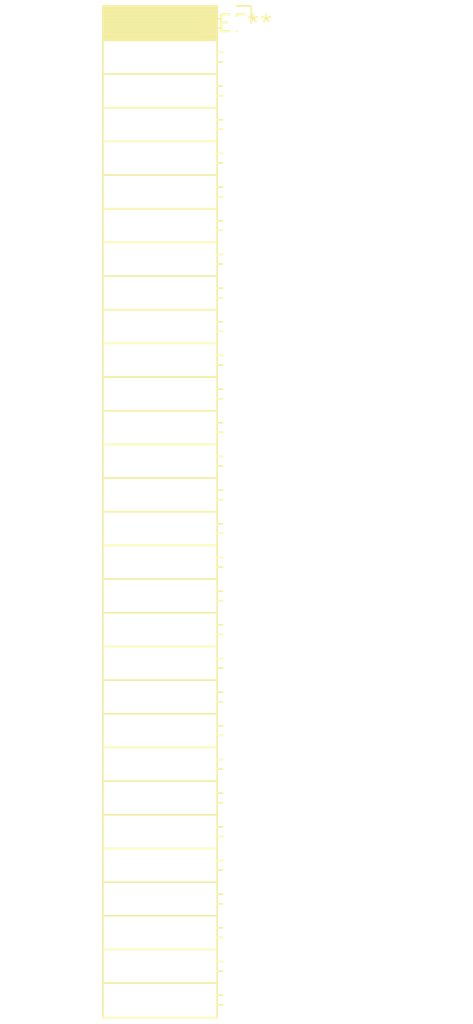
<source format=kicad_pcb>
(kicad_pcb (version 20240108) (generator pcbnew)
  (layers (0 "F.Cu" signal) (31 "B.Cu" signal) (34 "B.Paste" user) (35 "F.Paste" user) (36 "B.SilkS" user "B.Silkscreen") (37 "F.SilkS" user "F.Silkscreen") (38 "B.Mask" user) (39 "F.Mask" user) (44 "Edge.Cuts" user))
  (net 0 "")
  (footprint "PinSocket_1x30_P2.54mm_Horizontal" (layer "F.Cu") (at 0 0)
    (property "Reference" "REF**")
    (property "Value" "PinSocket_1x30_P2.54mm_Horizontal")
    (fp_line (start -10.09 -1.33) (end -10.09 74.99) (layer "F.SilkS") (stroke (width 0.12)))
    (fp_line (start -10.09 -1.33) (end -1.46 -1.33) (layer "F.SilkS") (stroke (width 0.12)))
    (fp_line (start -10.09 -1.21) (end -1.46 -1.21) (layer "F.SilkS") (stroke (width 0.12)))
    (fp_line (start -10.09 -1.091905) (end -1.46 -1.091905) (layer "F.SilkS") (stroke (width 0.12)))
    (fp_line (start -10.09 -0.97381) (end -1.46 -0.97381) (layer "F.SilkS") (stroke (width 0.12)))
    (fp_line (start -10.09 -0.855715) (end -1.46 -0.855715) (layer "F.SilkS") (stroke (width 0.12)))
    (fp_line (start -10.09 -0.73762) (end -1.46 -0.73762) (layer "F.SilkS") (stroke (width 0.12)))
    (fp_line (start -10.09 -0.619525) (end -1.46 -0.619525) (layer "F.SilkS") (stroke (width 0.12)))
    (fp_line (start -10.09 -0.50143) (end -1.46 -0.50143) (layer "F.SilkS") (stroke (width 0.12)))
    (fp_line (start -10.09 -0.383335) (end -1.46 -0.383335) (layer "F.SilkS") (stroke (width 0.12)))
    (fp_line (start -10.09 -0.26524) (end -1.46 -0.26524) (layer "F.SilkS") (stroke (width 0.12)))
    (fp_line (start -10.09 -0.147145) (end -1.46 -0.147145) (layer "F.SilkS") (stroke (width 0.12)))
    (fp_line (start -10.09 -0.02905) (end -1.46 -0.02905) (layer "F.SilkS") (stroke (width 0.12)))
    (fp_line (start -10.09 0.089045) (end -1.46 0.089045) (layer "F.SilkS") (stroke (width 0.12)))
    (fp_line (start -10.09 0.20714) (end -1.46 0.20714) (layer "F.SilkS") (stroke (width 0.12)))
    (fp_line (start -10.09 0.325235) (end -1.46 0.325235) (layer "F.SilkS") (stroke (width 0.12)))
    (fp_line (start -10.09 0.44333) (end -1.46 0.44333) (layer "F.SilkS") (stroke (width 0.12)))
    (fp_line (start -10.09 0.561425) (end -1.46 0.561425) (layer "F.SilkS") (stroke (width 0.12)))
    (fp_line (start -10.09 0.67952) (end -1.46 0.67952) (layer "F.SilkS") (stroke (width 0.12)))
    (fp_line (start -10.09 0.797615) (end -1.46 0.797615) (layer "F.SilkS") (stroke (width 0.12)))
    (fp_line (start -10.09 0.91571) (end -1.46 0.91571) (layer "F.SilkS") (stroke (width 0.12)))
    (fp_line (start -10.09 1.033805) (end -1.46 1.033805) (layer "F.SilkS") (stroke (width 0.12)))
    (fp_line (start -10.09 1.1519) (end -1.46 1.1519) (layer "F.SilkS") (stroke (width 0.12)))
    (fp_line (start -10.09 1.27) (end -1.46 1.27) (layer "F.SilkS") (stroke (width 0.12)))
    (fp_line (start -10.09 3.81) (end -1.46 3.81) (layer "F.SilkS") (stroke (width 0.12)))
    (fp_line (start -10.09 6.35) (end -1.46 6.35) (layer "F.SilkS") (stroke (width 0.12)))
    (fp_line (start -10.09 8.89) (end -1.46 8.89) (layer "F.SilkS") (stroke (width 0.12)))
    (fp_line (start -10.09 11.43) (end -1.46 11.43) (layer "F.SilkS") (stroke (width 0.12)))
    (fp_line (start -10.09 13.97) (end -1.46 13.97) (layer "F.SilkS") (stroke (width 0.12)))
    (fp_line (start -10.09 16.51) (end -1.46 16.51) (layer "F.SilkS") (stroke (width 0.12)))
    (fp_line (start -10.09 19.05) (end -1.46 19.05) (layer "F.SilkS") (stroke (width 0.12)))
    (fp_line (start -10.09 21.59) (end -1.46 21.59) (layer "F.SilkS") (stroke (width 0.12)))
    (fp_line (start -10.09 24.13) (end -1.46 24.13) (layer "F.SilkS") (stroke (width 0.12)))
    (fp_line (start -10.09 26.67) (end -1.46 26.67) (layer "F.SilkS") (stroke (width 0.12)))
    (fp_line (start -10.09 29.21) (end -1.46 29.21) (layer "F.SilkS") (stroke (width 0.12)))
    (fp_line (start -10.09 31.75) (end -1.46 31.75) (layer "F.SilkS") (stroke (width 0.12)))
    (fp_line (start -10.09 34.29) (end -1.46 34.29) (layer "F.SilkS") (stroke (width 0.12)))
    (fp_line (start -10.09 36.83) (end -1.46 36.83) (layer "F.SilkS") (stroke (width 0.12)))
    (fp_line (start -10.09 39.37) (end -1.46 39.37) (layer "F.SilkS") (stroke (width 0.12)))
    (fp_line (start -10.09 41.91) (end -1.46 41.91) (layer "F.SilkS") (stroke (width 0.12)))
    (fp_line (start -10.09 44.45) (end -1.46 44.45) (layer "F.SilkS") (stroke (width 0.12)))
    (fp_line (start -10.09 46.99) (end -1.46 46.99) (layer "F.SilkS") (stroke (width 0.12)))
    (fp_line (start -10.09 49.53) (end -1.46 49.53) (layer "F.SilkS") (stroke (width 0.12)))
    (fp_line (start -10.09 52.07) (end -1.46 52.07) (layer "F.SilkS") (stroke (width 0.12)))
    (fp_line (start -10.09 54.61) (end -1.46 54.61) (layer "F.SilkS") (stroke (width 0.12)))
    (fp_line (start -10.09 57.15) (end -1.46 57.15) (layer "F.SilkS") (stroke (width 0.12)))
    (fp_line (start -10.09 59.69) (end -1.46 59.69) (layer "F.SilkS") (stroke (width 0.12)))
    (fp_line (start -10.09 62.23) (end -1.46 62.23) (layer "F.SilkS") (stroke (width 0.12)))
    (fp_line (start -10.09 64.77) (end -1.46 64.77) (layer "F.SilkS") (stroke (width 0.12)))
    (fp_line (start -10.09 67.31) (end -1.46 67.31) (layer "F.SilkS") (stroke (width 0.12)))
    (fp_line (start -10.09 69.85) (end -1.46 69.85) (layer "F.SilkS") (stroke (width 0.12)))
    (fp_line (start -10.09 72.39) (end -1.46 72.39) (layer "F.SilkS") (stroke (width 0.12)))
    (fp_line (start -10.09 74.99) (end -1.46 74.99) (layer "F.SilkS") (stroke (width 0.12)))
    (fp_line (start -1.46 -1.33) (end -1.46 74.99) (layer "F.SilkS") (stroke (width 0.12)))
    (fp_line (start -1.46 -0.36) (end -1.11 -0.36) (layer "F.SilkS") (stroke (width 0.12)))
    (fp_line (start -1.46 0.36) (end -1.11 0.36) (layer "F.SilkS") (stroke (width 0.12)))
    (fp_line (start -1.46 2.18) (end -1.05 2.18) (layer "F.SilkS") (stroke (width 0.12)))
    (fp_line (start -1.46 2.9) (end -1.05 2.9) (layer "F.SilkS") (stroke (width 0.12)))
    (fp_line (start -1.46 4.72) (end -1.05 4.72) (layer "F.SilkS") (stroke (width 0.12)))
    (fp_line (start -1.46 5.44) (end -1.05 5.44) (layer "F.SilkS") (stroke (width 0.12)))
    (fp_line (start -1.46 7.26) (end -1.05 7.26) (layer "F.SilkS") (stroke (width 0.12)))
    (fp_line (start -1.46 7.98) (end -1.05 7.98) (layer "F.SilkS") (stroke (width 0.12)))
    (fp_line (start -1.46 9.8) (end -1.05 9.8) (layer "F.SilkS") (stroke (width 0.12)))
    (fp_line (start -1.46 10.52) (end -1.05 10.52) (layer "F.SilkS") (stroke (width 0.12)))
    (fp_line (start -1.46 12.34) (end -1.05 12.34) (layer "F.SilkS") (stroke (width 0.12)))
    (fp_line (start -1.46 13.06) (end -1.05 13.06) (layer "F.SilkS") (stroke (width 0.12)))
    (fp_line (start -1.46 14.88) (end -1.05 14.88) (layer "F.SilkS") (stroke (width 0.12)))
    (fp_line (start -1.46 15.6) (end -1.05 15.6) (layer "F.SilkS") (stroke (width 0.12)))
    (fp_line (start -1.46 17.42) (end -1.05 17.42) (layer "F.SilkS") (stroke (width 0.12)))
    (fp_line (start -1.46 18.14) (end -1.05 18.14) (layer "F.SilkS") (stroke (width 0.12)))
    (fp_line (start -1.46 19.96) (end -1.05 19.96) (layer "F.SilkS") (stroke (width 0.12)))
    (fp_line (start -1.46 20.68) (end -1.05 20.68) (layer "F.SilkS") (stroke (width 0.12)))
    (fp_line (start -1.46 22.5) (end -1.05 22.5) (layer "F.SilkS") (stroke (width 0.12)))
    (fp_line (start -1.46 23.22) (end -1.05 23.22) (layer "F.SilkS") (stroke (width 0.12)))
    (fp_line (start -1.46 25.04) (end -1.05 25.04) (layer "F.SilkS") (stroke (width 0.12)))
    (fp_line (start -1.46 25.76) (end -1.05 25.76) (layer "F.SilkS") (stroke (width 0.12)))
    (fp_line (start -1.46 27.58) (end -1.05 27.58) (layer "F.SilkS") (stroke (width 0.12)))
    (fp_line (start -1.46 28.3) (end -1.05 28.3) (layer "F.SilkS") (stroke (width 0.12)))
    (fp_line (start -1.46 30.12) (end -1.05 30.12) (layer "F.SilkS") (stroke (width 0.12)))
    (fp_line (start -1.46 30.84) (end -1.05 30.84) (layer "F.SilkS") (stroke (width 0.12)))
    (fp_line (start -1.46 32.66) (end -1.05 32.66) (layer "F.SilkS") (stroke (width 0.12)))
    (fp_line (start -1.46 33.38) (end -1.05 33.38) (layer "F.SilkS") (stroke (width 0.12)))
    (fp_line (start -1.46 35.2) (end -1.05 35.2) (layer "F.SilkS") (stroke (width 0.12)))
    (fp_line (start -1.46 35.92) (end -1.05 35.92) (layer "F.SilkS") (stroke (width 0.12)))
    (fp_line (start -1.46 37.74) (end -1.05 37.74) (layer "F.SilkS") (stroke (width 0.12)))
    (fp_line (start -1.46 38.46) (end -1.05 38.46) (layer "F.SilkS") (stroke (width 0.12)))
    (fp_line (start -1.46 40.28) (end -1.05 40.28) (layer "F.SilkS") (stroke (width 0.12)))
    (fp_line (start -1.46 41) (end -1.05 41) (layer "F.SilkS") (stroke (width 0.12)))
    (fp_line (start -1.46 42.82) (end -1.05 42.82) (layer "F.SilkS") (stroke (width 0.12)))
    (fp_line (start -1.46 43.54) (end -1.05 43.54) (layer "F.SilkS") (stroke (width 0.12)))
    (fp_line (start -1.46 45.36) (end -1.05 45.36) (layer "F.SilkS") (stroke (width 0.12)))
    (fp_line (start -1.46 46.08) (end -1.05 46.08) (layer "F.SilkS") (stroke (width 0.12)))
    (fp_line (start -1.46 47.9) (end -1.05 47.9) (layer "F.SilkS") (stroke (width 0.12)))
    (fp_line (start -1.46 48.62) (end -1.05 48.62) (layer "F.SilkS") (stroke (width 0.12)))
    (fp_line (start -1.46 50.44) (end -1.05 50.44) (layer "F.SilkS") (stroke (width 0.12)))
    (fp_line (start -1.46 51.16) (end -1.05 51.16) (layer "F.SilkS") (stroke (width 0.12)))
    (fp_line (start -1.46 52.98) (end -1.05 52.98) (layer "F.SilkS") (stroke (width 0.12)))
    (fp_line (start -1.46 53.7) (end -1.05 53.7) (layer "F.SilkS") (stroke (width 0.12)))
    (fp_line (start -1.46 55.52) (end -1.05 55.52) (layer "F.SilkS") (stroke (width 0.12)))
    (fp_line (start -1.46 56.24) (end -1.05 56.24) (layer "F.SilkS") (stroke (width 0.12)))
    (fp_line (start -1.46 58.06) (end -1.05 58.06) (layer "F.SilkS") (stroke (width 0.12)))
    (fp_line (start -1.46 58.78) (end -1.05 58.78) (layer "F.SilkS") (stroke (width 0.12)))
    (fp_line (start -1.46 60.6) (end -1.05 60.6) (layer "F.SilkS") (stroke (width 0.12)))
    (fp_line (start -1.46 61.32) (end -1.05 61.32) (layer "F.SilkS") (stroke (width 0.12)))
    (fp_line (start -1.46 63.14) (end -1.05 63.14) (layer "F.SilkS") (stroke (width 0.12)))
    (fp_line (start -1.46 63.86) (end -1.05 63.86) (layer "F.SilkS") (stroke (width 0.12)))
    (fp_line (start -1.46 65.68) (end -1.05 65.68) (layer "F.SilkS") (stroke (width 0.12)))
    (fp_line (start -1.46 66.4) (end -1.05 66.4) (layer "F.SilkS") (stroke (width 0.12)))
    (fp_line (start -1.46 68.22) (end -1.05 68.22) (layer "F.SilkS") (stroke (width 0.12)))
    (fp_line (start -1.46 68.94) (end -1.05 68.94) (layer "F.SilkS") (stroke (width 0.12)))
    (fp_line (start -1.46 70.76) (end -1.05 70.76) (layer "F.SilkS") (stroke (width 0.12)))
    (fp_line (start -1.46 71.48) (end -1.05 71.48) (layer "F.SilkS") (stroke (width 0.12)))
    (fp_line (start -1.46 73.3) (end -1.05 73.3) (layer "F.SilkS") (stroke (width 0.12)))
    (fp_line (start -1.46 74.02) (end -1.05 74.02) (layer "F.SilkS") (stroke (width 0.12)))
    (fp_line (start 0 -1.33) (end 1.11 -1.33) (layer "F.SilkS") (stroke (width 0.12)))
    (fp_line (start 1.11 -1.33) (end 1.11 0) (layer "F.SilkS") (stroke (width 0.12)))
    (pad "1" thru_hole rect (at 0 0) (size 1.7 1.7) (drill 1) (layers *.Cu *.Mask) (remove_unused_layers))
    (pad "2" thru_hole oval (at 0 2.54) (size 1.7 1.7) (drill 1) (layers *.Cu *.Mask) (remove_unused_layers))
    (pad "3" thru_hole oval (at 0 5.08) (size 1.7 1.7) (drill 1) (layers *.Cu *.Mask) (remove_unused_layers))
    (pad "4" thru_hole oval (at 0 7.62) (size 1.7 1.7) (drill 1) (layers *.Cu *.Mask) (remove_unused_layers))
    (pad "5" thru_hole oval (at 0 10.16) (size 1.7 1.7) (drill 1) (layers *.Cu *.Mask) (remove_unused_layers))
    (pad "6" thru_hole oval (at 0 12.7) (size 1.7 1.7) (drill 1) (layers *.Cu *.Mask) (remove_unused_layers))
    (pad "7" thru_hole oval (at 0 15.24) (size 1.7 1.7) (drill 1) (layers *.Cu *.Mask) (remove_unused_layers))
    (pad "8" thru_hole oval (at 0 17.78) (size 1.7 1.7) (drill 1) (layers *.Cu *.Mask) (remove_unused_layers))
    (pad "9" thru_hole oval (at 0 20.32) (size 1.7 1.7) (drill 1) (layers *.Cu *.Mask) (remove_unused_layers))
    (pad "10" thru_hole oval (at 0 22.86) (size 1.7 1.7) (drill 1) (layers *.Cu *.Mask) (remove_unused_layers))
    (pad "11" thru_hole oval (at 0 25.4) (size 1.7 1.7) (drill 1) (layers *.Cu *.Mask) (remove_unused_layers))
    (pad "12" thru_hole oval (at 0 27.94) (size 1.7 1.7) (drill 1) (layers *.Cu *.Mask) (remove_unused_layers))
    (pad "13" thru_hole oval (at 0 30.48) (size 1.7 1.7) (drill 1) (layers *.Cu *.Mask) (remove_unused_layers))
    (pad "14" thru_hole oval (at 0 33.02) (size 1.7 1.7) (drill 1) (layers *.Cu *.Mask) (remove_unused_layers))
    (pad "15" thru_hole oval (at 0 35.56) (size 1.7 1.7) (drill 1) (layers *.Cu *.Mask) (remove_unused_layers))
    (pad "16" thru_hole oval (at 0 38.1) (size 1.7 1.7) (drill 1) (layers *.Cu *.Mask) (remove_unused_layers))
    (pad "17" thru_hole oval (at 0 40.64) (size 1.7 1.7) (drill 1) (layers *.Cu *.Mask) (remove_unused_layers))
    (pad "18" thru_hole oval (at 0 43.18) (size 1.7 1.7) (drill 1) (layers *.Cu *.Mask) (remove_unused_layers))
    (pad "19" thru_hole oval (at 0 45.72) (size 1.7 1.7) (drill 1) (layers *.Cu *.Mask) (remove_unused_layers))
    (pad "20" thru_hole oval (at 0 48.26) (size 1.7 1.7) (drill 1) (layers *.Cu *.Mask) (remove_unused_layers))
    (pad "21" thru_hole oval (at 0 50.8) (size 1.7 1.7) (drill 1) (layers *.Cu *.Mask) (remove_unused_layers))
    (pad "22" thru_hole oval (at 0 53.34) (size 1.7 1.7) (drill 1) (layers *.Cu *.Mask) (remove_unused_layers))
    (pad "23" thru_hole oval (at 0 55.88) (size 1.7 1.7) (drill 1) (layers *.Cu *.Mask) (remove_unused_layers))
    (pad "24" thru_hole oval (at 0 58.42) (size 1.7 1.7) (drill 1) (layers *.Cu *.Mask) (remove_unused_layers))
    (pad "25" thru_hole oval (at 0 60.96) (size 1.7 1.7) (drill 1) (layers *.Cu *.Mask) (remove_unused_layers))
    (pad "26" thru_hole oval (at 0 63.5) (size 1.7 1.7) (drill 1) (layers *.Cu *.Mask) (remove_unused_layers))
    (pad "27" thru_hole oval (at 0 66.04) (size 1.7 1.7) (drill 1) (layers *.Cu *.Mask) (remove_unused_layers))
    (pad "28" thru_hole oval (at 0 68.58) (size 1.7 1.7) (drill 1) (layers *.Cu *.Mask) (remove_unused_layers))
    (pad "29" thru_hole oval (at 0 71.12) (size 1.7 1.7) (drill 1) (layers *.Cu *.Mask) (remove_unused_layers))
    (pad "30" thru_hole oval (at 0 73.66) (size 1.7 1.7) (drill 1) (layers *.Cu *.Mask) (remove_unused_layers))
  )
)
</source>
